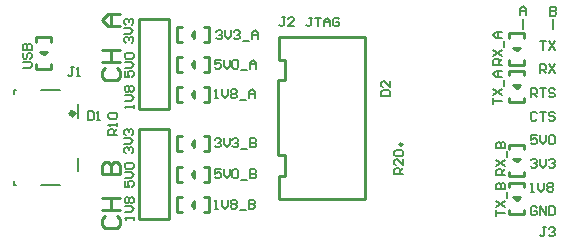
<source format=gto>
%FSLAX44Y44*%
%MOMM*%
G71*
G01*
G75*
%ADD10R,0.6200X0.5700*%
%ADD11R,0.7620X0.7620*%
%ADD12R,2.7940X0.7366*%
%ADD13R,1.3000X0.4500*%
%ADD14R,0.3000X0.3000*%
%ADD15R,0.7620X0.7620*%
%ADD16R,0.5000X0.2000*%
%ADD17C,0.1500*%
%ADD18C,0.2540*%
%ADD19C,0.2000*%
%ADD20C,0.1524*%
%ADD21R,1.8000X1.8000*%
%ADD22C,1.8000*%
%ADD23R,1.8000X1.8000*%
%ADD24C,1.8000*%
%ADD25C,0.8000*%
%ADD26O,1.8000X1.1500*%
%ADD27O,2.0000X1.4500*%
%ADD28C,0.6100*%
%ADD29C,0.6000*%
%ADD30C,3.3000*%
%ADD31R,0.5700X0.6200*%
%ADD32R,1.4000X2.2000*%
%ADD33R,0.9700X0.9600*%
%ADD34R,0.8500X0.3500*%
%ADD35O,1.7500X0.3500*%
%ADD36O,0.3500X1.7500*%
%ADD37R,1.2500X0.3000*%
%ADD38O,0.3000X0.8000*%
%ADD39O,0.8000X0.3000*%
%ADD40R,1.5000X1.0000*%
%ADD41R,0.5500X0.6000*%
%ADD42R,0.9500X0.9500*%
%ADD43R,0.6000X0.5500*%
%ADD44R,0.9500X0.9500*%
%ADD45C,0.2032*%
%ADD46C,0.4000*%
%ADD47C,0.2286*%
%ADD48C,0.1778*%
D17*
X1749150Y1262750D02*
Y1271250D01*
X1723750Y1263000D02*
Y1271500D01*
X1292900Y1130640D02*
X1294300D01*
X1315600D02*
X1331600D01*
X1315600Y1210640D02*
X1331600D01*
X1292900D02*
X1294300D01*
X1346900Y1187640D02*
Y1198940D01*
Y1142340D02*
Y1153640D01*
X1292900Y1207640D02*
Y1210640D01*
Y1130640D02*
Y1133640D01*
D18*
X1621120Y1164680D02*
G03*
X1621120Y1164680I-1000J0D01*
G01*
X1317500Y1241485D02*
X1320500Y1243485D01*
X1314500D02*
X1317500Y1241485D01*
X1314500Y1243485D02*
X1320500D01*
X1718250Y1117985D02*
X1721250Y1119985D01*
X1715250D02*
X1718250Y1117985D01*
X1715250Y1119985D02*
X1721250D01*
X1718250Y1212985D02*
X1721250Y1214985D01*
X1715250D02*
X1718250Y1212985D01*
X1715250Y1214985D02*
X1721250D01*
X1398354Y1177700D02*
X1423754D01*
X1398354Y1101500D02*
Y1177700D01*
Y1101500D02*
X1423754D01*
Y1177700D01*
X1398354Y1270702D02*
X1423754D01*
X1398354Y1194502D02*
Y1270702D01*
Y1194502D02*
X1423754D01*
Y1270702D01*
X1718250Y1150485D02*
X1721250Y1152485D01*
X1715250D02*
X1718250Y1150485D01*
X1715250Y1152485D02*
X1721250D01*
X1516940Y1118920D02*
Y1138478D01*
X1522020D01*
Y1155750D01*
X1515670D02*
X1522020D01*
X1515670D02*
Y1219250D01*
X1522020D01*
Y1236522D01*
X1516940D02*
X1522020D01*
X1516940D02*
Y1256080D01*
X1589330D01*
Y1118920D02*
Y1256080D01*
X1516940Y1118920D02*
X1589330D01*
X1444985Y1136625D02*
Y1142625D01*
X1442985Y1139625D02*
X1444985Y1142625D01*
X1442985Y1139625D02*
X1444985Y1136625D01*
Y1229625D02*
Y1235625D01*
X1442985Y1232625D02*
X1444985Y1235625D01*
X1442985Y1232625D02*
X1444985Y1229625D01*
Y1110750D02*
Y1116750D01*
X1442985Y1113750D02*
X1444985Y1116750D01*
X1442985Y1113750D02*
X1444985Y1110750D01*
Y1204500D02*
Y1210500D01*
X1442985Y1207500D02*
X1444985Y1210500D01*
X1442985Y1207500D02*
X1444985Y1204500D01*
Y1162500D02*
Y1168500D01*
X1442985Y1165500D02*
X1444985Y1168500D01*
X1442985Y1165500D02*
X1444985Y1162500D01*
Y1254750D02*
Y1260750D01*
X1442985Y1257750D02*
X1444985Y1260750D01*
X1442985Y1257750D02*
X1444985Y1254750D01*
X1715250Y1246735D02*
X1721250D01*
X1715250D02*
X1718250Y1244735D01*
X1721250Y1246735D01*
X1369804Y1229407D02*
X1367265Y1226868D01*
Y1221789D01*
X1369804Y1219250D01*
X1379961D01*
X1382500Y1221789D01*
Y1226868D01*
X1379961Y1229407D01*
X1367265Y1234485D02*
X1382500D01*
X1374882D01*
Y1244642D01*
X1367265D01*
X1382500D01*
Y1264955D02*
X1372343D01*
X1367265Y1270034D01*
X1372343Y1275112D01*
X1382500D01*
X1374882D01*
Y1264955D01*
X1369804Y1104157D02*
X1367265Y1101618D01*
Y1096539D01*
X1369804Y1094000D01*
X1379961D01*
X1382500Y1096539D01*
Y1101618D01*
X1379961Y1104157D01*
X1367265Y1109235D02*
X1382500D01*
X1374883D01*
Y1119392D01*
X1367265D01*
X1382500D01*
X1367265Y1139705D02*
X1382500D01*
Y1147323D01*
X1379961Y1149862D01*
X1377422D01*
X1374883Y1147323D01*
Y1139705D01*
Y1147323D01*
X1372343Y1149862D01*
X1369804D01*
X1367265Y1147323D01*
Y1139705D01*
D46*
X1343314Y1191054D02*
G03*
X1343314Y1191054I-1414J0D01*
G01*
D47*
X1311150Y1252025D02*
Y1255835D01*
X1323850D01*
Y1252025D02*
Y1255835D01*
X1311150Y1229165D02*
Y1232975D01*
Y1229165D02*
X1323850D01*
Y1232975D01*
X1711900Y1128525D02*
Y1132335D01*
X1724600D01*
Y1128525D02*
Y1132335D01*
X1711900Y1105665D02*
Y1109475D01*
Y1105665D02*
X1724600D01*
Y1109475D01*
X1711900Y1223525D02*
Y1227335D01*
X1724600D01*
Y1223525D02*
Y1227335D01*
X1711900Y1200665D02*
Y1204475D01*
Y1200665D02*
X1724600D01*
Y1204475D01*
X1711900Y1161025D02*
Y1164835D01*
X1724600D01*
Y1161025D02*
Y1164835D01*
X1711900Y1138165D02*
Y1141975D01*
Y1138165D02*
X1724600D01*
Y1141975D01*
X1430665Y1133275D02*
X1434475D01*
X1430665D02*
Y1145975D01*
X1434475D01*
X1453525Y1133275D02*
X1457335D01*
Y1145975D01*
X1453525D02*
X1457335D01*
X1430665Y1226275D02*
X1434475D01*
X1430665D02*
Y1238975D01*
X1434475D01*
X1453525Y1226275D02*
X1457335D01*
Y1238975D01*
X1453525D02*
X1457335D01*
X1430665Y1107400D02*
X1434475D01*
X1430665D02*
Y1120100D01*
X1434475D01*
X1453525Y1107400D02*
X1457335D01*
Y1120100D01*
X1453525D02*
X1457335D01*
X1430665Y1201150D02*
X1434475D01*
X1430665D02*
Y1213850D01*
X1434475D01*
X1453525Y1201150D02*
X1457335D01*
Y1213850D01*
X1453525D02*
X1457335D01*
X1430665Y1159150D02*
X1434475D01*
X1430665D02*
Y1171850D01*
X1434475D01*
X1453525Y1159150D02*
X1457335D01*
Y1171850D01*
X1453525D02*
X1457335D01*
X1430665Y1251400D02*
X1434475D01*
X1430665D02*
Y1264100D01*
X1434475D01*
X1453525Y1251400D02*
X1457335D01*
Y1264100D01*
X1453525D02*
X1457335D01*
X1724600Y1232415D02*
Y1236225D01*
X1711900Y1232415D02*
X1724600D01*
X1711900D02*
Y1236225D01*
X1724600Y1255275D02*
Y1259085D01*
X1711900D02*
X1724600D01*
X1711900Y1255275D02*
Y1259085D01*
D48*
X1522145Y1272460D02*
X1519606D01*
X1520876D01*
Y1266113D01*
X1519606Y1264843D01*
X1518337D01*
X1517067Y1266113D01*
X1529763Y1264843D02*
X1524685D01*
X1529763Y1269921D01*
Y1271191D01*
X1528493Y1272460D01*
X1525954D01*
X1524685Y1271191D01*
X1603633Y1205500D02*
X1611250D01*
Y1209309D01*
X1609980Y1210578D01*
X1604902D01*
X1603633Y1209309D01*
Y1205500D01*
X1611250Y1218196D02*
Y1213118D01*
X1606172Y1218196D01*
X1604902D01*
X1603633Y1216926D01*
Y1214387D01*
X1604902Y1213118D01*
X1299883Y1229750D02*
X1306230D01*
X1307500Y1231020D01*
Y1233559D01*
X1306230Y1234828D01*
X1299883D01*
X1301152Y1242446D02*
X1299883Y1241176D01*
Y1238637D01*
X1301152Y1237367D01*
X1302422D01*
X1303691Y1238637D01*
Y1241176D01*
X1304961Y1242446D01*
X1306230D01*
X1307500Y1241176D01*
Y1238637D01*
X1306230Y1237367D01*
X1299883Y1244985D02*
X1307500D01*
Y1248794D01*
X1306230Y1250063D01*
X1304961D01*
X1303691Y1248794D01*
Y1244985D01*
Y1248794D01*
X1302422Y1250063D01*
X1301152D01*
X1299883Y1248794D01*
Y1244985D01*
X1708250Y1139000D02*
X1700632D01*
Y1142809D01*
X1701902Y1144078D01*
X1704441D01*
X1705711Y1142809D01*
Y1139000D01*
Y1141539D02*
X1708250Y1144078D01*
X1700632Y1146618D02*
X1708250Y1151696D01*
X1700632D02*
X1708250Y1146618D01*
X1709520Y1154235D02*
Y1159313D01*
X1700632Y1161853D02*
X1708250D01*
Y1165661D01*
X1706980Y1166931D01*
X1705711D01*
X1704441Y1165661D01*
Y1161853D01*
Y1165661D01*
X1703172Y1166931D01*
X1701902D01*
X1700632Y1165661D01*
Y1161853D01*
Y1104000D02*
Y1109078D01*
Y1106539D01*
X1708250D01*
X1700632Y1111618D02*
X1708250Y1116696D01*
X1700632D02*
X1708250Y1111618D01*
X1709520Y1119235D02*
Y1124313D01*
X1700632Y1126853D02*
X1708250D01*
Y1130661D01*
X1706980Y1131931D01*
X1705711D01*
X1704441Y1130661D01*
Y1126853D01*
Y1130661D01*
X1703172Y1131931D01*
X1701902D01*
X1700632Y1130661D01*
Y1126853D01*
X1698132Y1199000D02*
Y1204078D01*
Y1201539D01*
X1705750D01*
X1698132Y1206618D02*
X1705750Y1211696D01*
X1698132D02*
X1705750Y1206618D01*
X1707020Y1214235D02*
Y1219313D01*
X1705750Y1221853D02*
X1700672D01*
X1698132Y1224392D01*
X1700672Y1226931D01*
X1705750D01*
X1701941D01*
Y1221853D01*
X1379750Y1172750D02*
X1372133D01*
Y1176559D01*
X1373402Y1177828D01*
X1375941D01*
X1377211Y1176559D01*
Y1172750D01*
Y1175289D02*
X1379750Y1177828D01*
Y1180368D02*
Y1182907D01*
Y1181637D01*
X1372133D01*
X1373402Y1180368D01*
Y1186715D02*
X1372133Y1187985D01*
Y1190524D01*
X1373402Y1191794D01*
X1378480D01*
X1379750Y1190524D01*
Y1187985D01*
X1378480Y1186715D01*
X1373402D01*
X1742828Y1094867D02*
X1740289D01*
X1741559D01*
Y1088520D01*
X1740289Y1087250D01*
X1739020D01*
X1737750Y1088520D01*
X1745367Y1093598D02*
X1746637Y1094867D01*
X1749176D01*
X1750446Y1093598D01*
Y1092328D01*
X1749176Y1091059D01*
X1747907D01*
X1749176D01*
X1750446Y1089789D01*
Y1088520D01*
X1749176Y1087250D01*
X1746637D01*
X1745367Y1088520D01*
X1343078Y1230118D02*
X1340539D01*
X1341809D01*
Y1223770D01*
X1340539Y1222500D01*
X1339270D01*
X1338000Y1223770D01*
X1345618Y1222500D02*
X1348157D01*
X1346887D01*
Y1230118D01*
X1345618Y1228848D01*
X1355000Y1192868D02*
Y1185250D01*
X1358809D01*
X1360078Y1186520D01*
Y1191598D01*
X1358809Y1192868D01*
X1355000D01*
X1362617Y1185250D02*
X1365157D01*
X1363887D01*
Y1192868D01*
X1362617Y1191598D01*
X1463520Y1260098D02*
X1464789Y1261367D01*
X1467328D01*
X1468598Y1260098D01*
Y1258828D01*
X1467328Y1257559D01*
X1466059D01*
X1467328D01*
X1468598Y1256289D01*
Y1255020D01*
X1467328Y1253750D01*
X1464789D01*
X1463520Y1255020D01*
X1471137Y1261367D02*
Y1256289D01*
X1473676Y1253750D01*
X1476216Y1256289D01*
Y1261367D01*
X1478755Y1260098D02*
X1480024Y1261367D01*
X1482563D01*
X1483833Y1260098D01*
Y1258828D01*
X1482563Y1257559D01*
X1481294D01*
X1482563D01*
X1483833Y1256289D01*
Y1255020D01*
X1482563Y1253750D01*
X1480024D01*
X1478755Y1255020D01*
X1486372Y1252480D02*
X1491451D01*
X1493990Y1253750D02*
Y1258828D01*
X1496529Y1261367D01*
X1499068Y1258828D01*
Y1253750D01*
Y1257559D01*
X1493990D01*
X1462250Y1168848D02*
X1463520Y1170117D01*
X1466059D01*
X1467328Y1168848D01*
Y1167578D01*
X1466059Y1166309D01*
X1464789D01*
X1466059D01*
X1467328Y1165039D01*
Y1163770D01*
X1466059Y1162500D01*
X1463520D01*
X1462250Y1163770D01*
X1469868Y1170117D02*
Y1165039D01*
X1472407Y1162500D01*
X1474946Y1165039D01*
Y1170117D01*
X1477485Y1168848D02*
X1478755Y1170117D01*
X1481294D01*
X1482563Y1168848D01*
Y1167578D01*
X1481294Y1166309D01*
X1480024D01*
X1481294D01*
X1482563Y1165039D01*
Y1163770D01*
X1481294Y1162500D01*
X1478755D01*
X1477485Y1163770D01*
X1485103Y1161230D02*
X1490181D01*
X1492720Y1170117D02*
Y1162500D01*
X1496529D01*
X1497798Y1163770D01*
Y1165039D01*
X1496529Y1166309D01*
X1492720D01*
X1496529D01*
X1497798Y1167578D01*
Y1168848D01*
X1496529Y1170117D01*
X1492720D01*
X1462250Y1204000D02*
X1464789D01*
X1463520D01*
Y1211618D01*
X1462250Y1210348D01*
X1468598Y1211618D02*
Y1206539D01*
X1471137Y1204000D01*
X1473676Y1206539D01*
Y1211618D01*
X1476216Y1210348D02*
X1477485Y1211618D01*
X1480024D01*
X1481294Y1210348D01*
Y1209078D01*
X1480024Y1207809D01*
X1481294Y1206539D01*
Y1205270D01*
X1480024Y1204000D01*
X1477485D01*
X1476216Y1205270D01*
Y1206539D01*
X1477485Y1207809D01*
X1476216Y1209078D01*
Y1210348D01*
X1477485Y1207809D02*
X1480024D01*
X1483833Y1202730D02*
X1488911D01*
X1491451Y1204000D02*
Y1209078D01*
X1493990Y1211618D01*
X1496529Y1209078D01*
Y1204000D01*
Y1207809D01*
X1491451D01*
X1462250Y1110250D02*
X1464789D01*
X1463520D01*
Y1117868D01*
X1462250Y1116598D01*
X1468598Y1117868D02*
Y1112789D01*
X1471137Y1110250D01*
X1473676Y1112789D01*
Y1117868D01*
X1476216Y1116598D02*
X1477485Y1117868D01*
X1480024D01*
X1481294Y1116598D01*
Y1115328D01*
X1480024Y1114059D01*
X1481294Y1112789D01*
Y1111520D01*
X1480024Y1110250D01*
X1477485D01*
X1476216Y1111520D01*
Y1112789D01*
X1477485Y1114059D01*
X1476216Y1115328D01*
Y1116598D01*
X1477485Y1114059D02*
X1480024D01*
X1483833Y1108980D02*
X1488911D01*
X1491451Y1117868D02*
Y1110250D01*
X1495259D01*
X1496529Y1111520D01*
Y1112789D01*
X1495259Y1114059D01*
X1491451D01*
X1495259D01*
X1496529Y1115328D01*
Y1116598D01*
X1495259Y1117868D01*
X1491451D01*
X1467328Y1236492D02*
X1462250D01*
Y1232684D01*
X1464789Y1233953D01*
X1466059D01*
X1467328Y1232684D01*
Y1230145D01*
X1466059Y1228875D01*
X1463520D01*
X1462250Y1230145D01*
X1469868Y1236492D02*
Y1231414D01*
X1472407Y1228875D01*
X1474946Y1231414D01*
Y1236492D01*
X1477485Y1235223D02*
X1478755Y1236492D01*
X1481294D01*
X1482563Y1235223D01*
Y1230145D01*
X1481294Y1228875D01*
X1478755D01*
X1477485Y1230145D01*
Y1235223D01*
X1485103Y1227605D02*
X1490181D01*
X1492720Y1228875D02*
Y1233953D01*
X1495259Y1236492D01*
X1497798Y1233953D01*
Y1228875D01*
Y1232684D01*
X1492720D01*
X1467328Y1143992D02*
X1462250D01*
Y1140184D01*
X1464789Y1141453D01*
X1466059D01*
X1467328Y1140184D01*
Y1137645D01*
X1466059Y1136375D01*
X1463520D01*
X1462250Y1137645D01*
X1469868Y1143992D02*
Y1138914D01*
X1472407Y1136375D01*
X1474946Y1138914D01*
Y1143992D01*
X1477485Y1142723D02*
X1478755Y1143992D01*
X1481294D01*
X1482563Y1142723D01*
Y1137645D01*
X1481294Y1136375D01*
X1478755D01*
X1477485Y1137645D01*
Y1142723D01*
X1485103Y1135105D02*
X1490181D01*
X1492720Y1143992D02*
Y1136375D01*
X1496529D01*
X1497798Y1137645D01*
Y1138914D01*
X1496529Y1140184D01*
X1492720D01*
X1496529D01*
X1497798Y1141453D01*
Y1142723D01*
X1496529Y1143992D01*
X1492720D01*
X1622000Y1139750D02*
X1614382D01*
Y1143559D01*
X1615652Y1144828D01*
X1618191D01*
X1619461Y1143559D01*
Y1139750D01*
Y1142289D02*
X1622000Y1144828D01*
Y1152446D02*
Y1147367D01*
X1616922Y1152446D01*
X1615652D01*
X1614382Y1151176D01*
Y1148637D01*
X1615652Y1147367D01*
Y1154985D02*
X1614382Y1156255D01*
Y1158794D01*
X1615652Y1160063D01*
X1620730D01*
X1622000Y1158794D01*
Y1156255D01*
X1620730Y1154985D01*
X1615652D01*
X1705750Y1232500D02*
X1698132D01*
Y1236309D01*
X1699402Y1237578D01*
X1701941D01*
X1703211Y1236309D01*
Y1232500D01*
Y1235039D02*
X1705750Y1237578D01*
X1698132Y1240117D02*
X1705750Y1245196D01*
X1698132D02*
X1705750Y1240117D01*
X1707020Y1247735D02*
Y1252813D01*
X1705750Y1255353D02*
X1700672D01*
X1698132Y1257892D01*
X1700672Y1260431D01*
X1705750D01*
X1701941D01*
Y1255353D01*
X1735078Y1172617D02*
X1730000D01*
Y1168809D01*
X1732539Y1170078D01*
X1733809D01*
X1735078Y1168809D01*
Y1166270D01*
X1733809Y1165000D01*
X1731270D01*
X1730000Y1166270D01*
X1737617Y1172617D02*
Y1167539D01*
X1740157Y1165000D01*
X1742696Y1167539D01*
Y1172617D01*
X1745235Y1171348D02*
X1746505Y1172617D01*
X1749044D01*
X1750313Y1171348D01*
Y1166270D01*
X1749044Y1165000D01*
X1746505D01*
X1745235Y1166270D01*
Y1171348D01*
X1735078Y1111348D02*
X1733809Y1112617D01*
X1731270D01*
X1730000Y1111348D01*
Y1106270D01*
X1731270Y1105000D01*
X1733809D01*
X1735078Y1106270D01*
Y1108809D01*
X1732539D01*
X1737617Y1105000D02*
Y1112617D01*
X1742696Y1105000D01*
Y1112617D01*
X1745235D02*
Y1105000D01*
X1749044D01*
X1750313Y1106270D01*
Y1111348D01*
X1749044Y1112617D01*
X1745235D01*
X1730000Y1125000D02*
X1732539D01*
X1731270D01*
Y1132617D01*
X1730000Y1131348D01*
X1736348Y1132617D02*
Y1127539D01*
X1738887Y1125000D01*
X1741426Y1127539D01*
Y1132617D01*
X1743965Y1131348D02*
X1745235Y1132617D01*
X1747774D01*
X1749044Y1131348D01*
Y1130078D01*
X1747774Y1128809D01*
X1749044Y1127539D01*
Y1126270D01*
X1747774Y1125000D01*
X1745235D01*
X1743965Y1126270D01*
Y1127539D01*
X1745235Y1128809D01*
X1743965Y1130078D01*
Y1131348D01*
X1745235Y1128809D02*
X1747774D01*
X1735078Y1191348D02*
X1733809Y1192617D01*
X1731270D01*
X1730000Y1191348D01*
Y1186270D01*
X1731270Y1185000D01*
X1733809D01*
X1735078Y1186270D01*
X1737617Y1192617D02*
X1742696D01*
X1740157D01*
Y1185000D01*
X1750313Y1191348D02*
X1749044Y1192617D01*
X1746505D01*
X1745235Y1191348D01*
Y1190078D01*
X1746505Y1188809D01*
X1749044D01*
X1750313Y1187539D01*
Y1186270D01*
X1749044Y1185000D01*
X1746505D01*
X1745235Y1186270D01*
X1730000Y1205000D02*
Y1212617D01*
X1733809D01*
X1735078Y1211348D01*
Y1208809D01*
X1733809Y1207539D01*
X1730000D01*
X1732539D02*
X1735078Y1205000D01*
X1737617Y1212617D02*
X1742696D01*
X1740157D01*
Y1205000D01*
X1750313Y1211348D02*
X1749044Y1212617D01*
X1746505D01*
X1745235Y1211348D01*
Y1210078D01*
X1746505Y1208809D01*
X1749044D01*
X1750313Y1207539D01*
Y1206270D01*
X1749044Y1205000D01*
X1746505D01*
X1745235Y1206270D01*
X1737617Y1225000D02*
Y1232617D01*
X1741426D01*
X1742696Y1231348D01*
Y1228809D01*
X1741426Y1227539D01*
X1737617D01*
X1740157D02*
X1742696Y1225000D01*
X1745235Y1232617D02*
X1750313Y1225000D01*
Y1232617D02*
X1745235Y1225000D01*
X1737617Y1252617D02*
X1742696D01*
X1740157D01*
Y1245000D01*
X1745235Y1252617D02*
X1750313Y1245000D01*
Y1252617D02*
X1745235Y1245000D01*
X1746500Y1281617D02*
Y1274000D01*
X1750309D01*
X1751578Y1275270D01*
Y1276539D01*
X1750309Y1277809D01*
X1746500D01*
X1750309D01*
X1751578Y1279078D01*
Y1280348D01*
X1750309Y1281617D01*
X1746500D01*
X1721100Y1274250D02*
Y1279328D01*
X1723639Y1281868D01*
X1726178Y1279328D01*
Y1274250D01*
Y1278059D01*
X1721100D01*
X1730000Y1151348D02*
X1731270Y1152617D01*
X1733809D01*
X1735078Y1151348D01*
Y1150078D01*
X1733809Y1148809D01*
X1732539D01*
X1733809D01*
X1735078Y1147539D01*
Y1146270D01*
X1733809Y1145000D01*
X1731270D01*
X1730000Y1146270D01*
X1737617Y1152617D02*
Y1147539D01*
X1740157Y1145000D01*
X1742696Y1147539D01*
Y1152617D01*
X1745235Y1151348D02*
X1746505Y1152617D01*
X1749044D01*
X1750313Y1151348D01*
Y1150078D01*
X1749044Y1148809D01*
X1747774D01*
X1749044D01*
X1750313Y1147539D01*
Y1146270D01*
X1749044Y1145000D01*
X1746505D01*
X1745235Y1146270D01*
X1386902Y1251000D02*
X1385632Y1252270D01*
Y1254809D01*
X1386902Y1256078D01*
X1388172D01*
X1389441Y1254809D01*
Y1253539D01*
Y1254809D01*
X1390711Y1256078D01*
X1391980D01*
X1393250Y1254809D01*
Y1252270D01*
X1391980Y1251000D01*
X1385632Y1258617D02*
X1390711D01*
X1393250Y1261157D01*
X1390711Y1263696D01*
X1385632D01*
X1386902Y1266235D02*
X1385632Y1267505D01*
Y1270044D01*
X1386902Y1271313D01*
X1388172D01*
X1389441Y1270044D01*
Y1268774D01*
Y1270044D01*
X1390711Y1271313D01*
X1391980D01*
X1393250Y1270044D01*
Y1267505D01*
X1391980Y1266235D01*
X1386132Y1227328D02*
Y1222250D01*
X1389941D01*
X1388672Y1224789D01*
Y1226059D01*
X1389941Y1227328D01*
X1392480D01*
X1393750Y1226059D01*
Y1223520D01*
X1392480Y1222250D01*
X1386132Y1229867D02*
X1391211D01*
X1393750Y1232407D01*
X1391211Y1234946D01*
X1386132D01*
X1387402Y1237485D02*
X1386132Y1238755D01*
Y1241294D01*
X1387402Y1242563D01*
X1392480D01*
X1393750Y1241294D01*
Y1238755D01*
X1392480Y1237485D01*
X1387402D01*
X1393750Y1195500D02*
Y1198039D01*
Y1196770D01*
X1386133D01*
X1387402Y1195500D01*
X1386133Y1201848D02*
X1391211D01*
X1393750Y1204387D01*
X1391211Y1206926D01*
X1386133D01*
X1387402Y1209465D02*
X1386133Y1210735D01*
Y1213274D01*
X1387402Y1214544D01*
X1388672D01*
X1389941Y1213274D01*
X1391211Y1214544D01*
X1392480D01*
X1393750Y1213274D01*
Y1210735D01*
X1392480Y1209465D01*
X1391211D01*
X1389941Y1210735D01*
X1388672Y1209465D01*
X1387402D01*
X1389941Y1210735D02*
Y1213274D01*
X1394000Y1101250D02*
Y1103789D01*
Y1102520D01*
X1386382D01*
X1387652Y1101250D01*
X1386382Y1107598D02*
X1391461D01*
X1394000Y1110137D01*
X1391461Y1112676D01*
X1386382D01*
X1387652Y1115216D02*
X1386382Y1116485D01*
Y1119024D01*
X1387652Y1120294D01*
X1388922D01*
X1390191Y1119024D01*
X1391461Y1120294D01*
X1392730D01*
X1394000Y1119024D01*
Y1116485D01*
X1392730Y1115216D01*
X1391461D01*
X1390191Y1116485D01*
X1388922Y1115216D01*
X1387652D01*
X1390191Y1116485D02*
Y1119024D01*
X1386382Y1134328D02*
Y1129250D01*
X1390191D01*
X1388922Y1131789D01*
Y1133059D01*
X1390191Y1134328D01*
X1392730D01*
X1394000Y1133059D01*
Y1130520D01*
X1392730Y1129250D01*
X1386382Y1136868D02*
X1391461D01*
X1394000Y1139407D01*
X1391461Y1141946D01*
X1386382D01*
X1387652Y1144485D02*
X1386382Y1145755D01*
Y1148294D01*
X1387652Y1149563D01*
X1392730D01*
X1394000Y1148294D01*
Y1145755D01*
X1392730Y1144485D01*
X1387652D01*
X1387152Y1157250D02*
X1385883Y1158520D01*
Y1161059D01*
X1387152Y1162328D01*
X1388422D01*
X1389691Y1161059D01*
Y1159789D01*
Y1161059D01*
X1390961Y1162328D01*
X1392230D01*
X1393500Y1161059D01*
Y1158520D01*
X1392230Y1157250D01*
X1385883Y1164867D02*
X1390961D01*
X1393500Y1167407D01*
X1390961Y1169946D01*
X1385883D01*
X1387152Y1172485D02*
X1385883Y1173755D01*
Y1176294D01*
X1387152Y1177563D01*
X1388422D01*
X1389691Y1176294D01*
Y1175024D01*
Y1176294D01*
X1390961Y1177563D01*
X1392230D01*
X1393500Y1176294D01*
Y1173755D01*
X1392230Y1172485D01*
X1544828Y1272367D02*
X1542289D01*
X1543559D01*
Y1266020D01*
X1542289Y1264750D01*
X1541020D01*
X1539750Y1266020D01*
X1547368Y1272367D02*
X1552446D01*
X1549907D01*
Y1264750D01*
X1554985D02*
Y1269828D01*
X1557524Y1272367D01*
X1560063Y1269828D01*
Y1264750D01*
Y1268559D01*
X1554985D01*
X1567681Y1271098D02*
X1566411Y1272367D01*
X1563872D01*
X1562603Y1271098D01*
Y1266020D01*
X1563872Y1264750D01*
X1566411D01*
X1567681Y1266020D01*
Y1268559D01*
X1565142D01*
M02*

</source>
